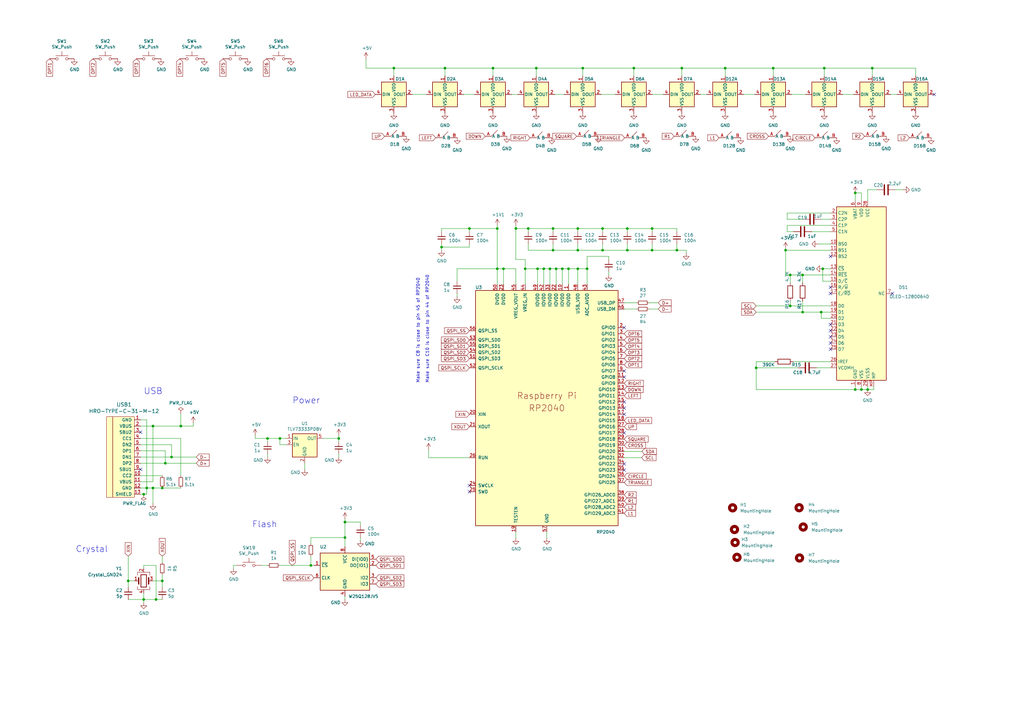
<source format=kicad_sch>
(kicad_sch (version 20230121) (generator eeschema)
  (paper "A3")
  (title_block (date "2023-04-24") (company "FightingBox_XLL"))
  (junction (at 329.184 128.016))
  (junction (at 329.184 112.776))
  (junction (at 247.142 93.726))
  (junction (at 182.499 27.94))
  (junction (at 66.548 200.152))
  (junction (at 322.199 102.616))
  (junction (at 259.969 27.94))
  (junction (at 114.808 179.832))
  (junction (at 215.392 110.236))
  (junction (at 141.478 214.122))
  (junction (at 310.134 150.876))
  (junction (at 239.014 27.94))
  (junction (at 220.472 110.236))
  (junction (at 202.184 27.94))
  (junction (at 236.982 102.616))
  (junction (at 203.962 93.726))
  (junction (at 279.654 27.94))
  (junction (at 355.854 159.766))
  (junction (at 161.544 27.94))
  (junction (at 257.302 93.726))
  (junction (at 109.728 179.832))
  (junction (at 58.928 245.872))
  (junction (at 52.578 238.252))
  (junction (at 277.622 102.616))
  (junction (at 206.502 110.236))
  (junction (at 66.548 238.252))
  (junction (at 324.104 125.476))
  (junction (at 267.462 102.616))
  (junction (at 337.439 110.236))
  (junction (at 267.462 93.726))
  (junction (at 62.738 174.752))
  (junction (at 127.508 231.902))
  (junction (at 203.962 110.236))
  (junction (at 67.818 189.992))
  (junction (at 138.938 179.832))
  (junction (at 324.104 112.776))
  (junction (at 223.012 110.236))
  (junction (at 233.172 110.236))
  (junction (at 350.774 79.121))
  (junction (at 219.964 27.94))
  (junction (at 350.774 159.766))
  (junction (at 297.434 27.94))
  (junction (at 181.102 101.346))
  (junction (at 317.119 27.94))
  (junction (at 192.532 93.726))
  (junction (at 247.142 102.616))
  (junction (at 353.314 159.766))
  (junction (at 141.478 220.472))
  (junction (at 240.792 110.236))
  (junction (at 216.662 93.726))
  (junction (at 338.074 27.94))
  (junction (at 60.198 200.152))
  (junction (at 225.552 110.236))
  (junction (at 64.008 245.872))
  (junction (at 58.928 202.692))
  (junction (at 211.582 93.726))
  (junction (at 230.632 110.236))
  (junction (at 226.822 93.726))
  (junction (at 226.822 102.616))
  (junction (at 257.302 102.616))
  (junction (at 357.759 27.94))
  (junction (at 336.804 128.016))
  (junction (at 228.092 110.236))
  (junction (at 70.358 187.452))
  (junction (at 236.982 110.236))
  (junction (at 236.982 93.726))
  (junction (at 74.168 174.752))
  (junction (at 62.738 200.152))
  (no_connect (at 192.532 201.676))
  (no_connect (at 340.614 135.636))
  (no_connect (at 256.032 177.546))
  (no_connect (at 57.658 192.532))
  (no_connect (at 340.614 143.256))
  (no_connect (at 256.032 190.246))
  (no_connect (at 256.032 192.786))
  (no_connect (at 340.614 105.156))
  (no_connect (at 340.614 133.096))
  (no_connect (at 383.159 38.735))
  (no_connect (at 340.614 140.716))
  (no_connect (at 57.658 177.292))
  (no_connect (at 366.014 120.396))
  (no_connect (at 340.614 138.176))
  (no_connect (at 192.532 199.136))
  (no_connect (at 340.614 120.396))
  (no_connect (at 256.032 134.366))
  (no_connect (at 256.032 152.146))
  (no_connect (at 256.032 154.686))
  (no_connect (at 256.032 167.386))
  (no_connect (at 256.032 169.926))
  (no_connect (at 256.032 164.846))
  (no_connect (at 340.614 117.856))
  (wire (pts (xy 256.032 126.746) (xy 261.112 126.746)))
  (wire (pts (xy 161.544 27.94) (xy 161.544 31.115)))
  (wire (pts (xy 74.168 174.752) (xy 79.248 174.752)))
  (wire (pts (xy 324.104 112.776) (xy 324.104 115.951)))
  (wire (pts (xy 60.198 172.212) (xy 60.198 200.152)))
  (wire (pts (xy 187.452 120.396) (xy 187.452 121.666)))
  (wire (pts (xy 124.968 189.992) (xy 124.968 192.532)))
  (wire (pts (xy 215.392 110.236) (xy 220.472 110.236)))
  (wire (pts (xy 310.134 125.476) (xy 324.104 125.476)))
  (wire (pts (xy 58.928 231.902) (xy 64.008 231.902)))
  (wire (pts (xy 267.589 38.735) (xy 272.034 38.735)))
  (wire (pts (xy 203.962 93.726) (xy 203.962 110.236)))
  (wire (pts (xy 350.774 159.766) (xy 310.134 159.766)))
  (wire (pts (xy 247.142 102.616) (xy 257.302 102.616)))
  (wire (pts (xy 64.008 231.902) (xy 64.008 245.872)))
  (wire (pts (xy 66.548 230.632) (xy 66.548 228.092)))
  (wire (pts (xy 216.662 100.076) (xy 216.662 102.616)))
  (wire (pts (xy 324.104 123.571) (xy 324.104 125.476)))
  (wire (pts (xy 322.199 112.776) (xy 322.199 102.616)))
  (wire (pts (xy 233.172 110.236) (xy 236.982 110.236)))
  (wire (pts (xy 337.439 110.236) (xy 337.439 115.316)))
  (wire (pts (xy 203.962 110.236) (xy 206.502 110.236)))
  (wire (pts (xy 239.014 27.94) (xy 239.014 31.115)))
  (wire (pts (xy 228.092 116.586) (xy 228.092 110.236)))
  (wire (pts (xy 336.804 128.016) (xy 340.614 128.016)))
  (wire (pts (xy 267.462 93.726) (xy 277.622 93.726)))
  (wire (pts (xy 230.632 116.586) (xy 230.632 110.236)))
  (wire (pts (xy 192.532 94.996) (xy 192.532 93.726)))
  (wire (pts (xy 310.134 128.016) (xy 329.184 128.016)))
  (wire (pts (xy 52.578 238.252) (xy 52.578 240.792)))
  (wire (pts (xy 236.982 93.726) (xy 247.142 93.726)))
  (wire (pts (xy 287.274 38.735) (xy 289.814 38.735)))
  (wire (pts (xy 322.834 87.376) (xy 322.834 89.916)))
  (wire (pts (xy 181.102 93.726) (xy 192.532 93.726)))
  (wire (pts (xy 279.654 27.94) (xy 279.654 31.115)))
  (wire (pts (xy 109.728 181.102) (xy 109.728 179.832)))
  (wire (pts (xy 182.499 27.94) (xy 182.499 31.115)))
  (wire (pts (xy 350.774 159.766) (xy 350.774 158.496)))
  (wire (pts (xy 266.192 126.746) (xy 270.002 126.746)))
  (wire (pts (xy 240.792 105.156) (xy 240.792 110.236)))
  (wire (pts (xy 175.768 187.706) (xy 192.532 187.706)))
  (wire (pts (xy 57.658 189.992) (xy 67.818 189.992)))
  (wire (pts (xy 259.969 27.94) (xy 259.969 31.115)))
  (wire (pts (xy 132.588 179.832) (xy 138.938 179.832)))
  (wire (pts (xy 141.478 244.602) (xy 141.478 245.872)))
  (wire (pts (xy 240.792 105.156) (xy 249.682 105.156)))
  (wire (pts (xy 182.499 27.94) (xy 161.544 27.94)))
  (wire (pts (xy 358.394 159.766) (xy 355.854 159.766)))
  (wire (pts (xy 161.544 27.94) (xy 150.114 27.94)))
  (wire (pts (xy 104.648 179.832) (xy 109.728 179.832)))
  (wire (pts (xy 187.452 115.316) (xy 187.452 110.236)))
  (wire (pts (xy 329.184 123.571) (xy 329.184 128.016)))
  (wire (pts (xy 257.302 93.726) (xy 267.462 93.726)))
  (wire (pts (xy 357.759 27.94) (xy 338.074 27.94)))
  (wire (pts (xy 141.478 220.472) (xy 141.478 214.122)))
  (wire (pts (xy 206.502 110.236) (xy 206.502 116.586)))
  (wire (pts (xy 192.532 101.346) (xy 192.532 100.076)))
  (wire (pts (xy 74.168 179.832) (xy 74.168 195.072)))
  (wire (pts (xy 338.074 27.94) (xy 338.074 31.115)))
  (wire (pts (xy 355.854 77.851) (xy 355.854 82.296)))
  (wire (pts (xy 324.739 38.735) (xy 330.454 38.735)))
  (wire (pts (xy 107.188 231.902) (xy 109.728 231.902)))
  (wire (pts (xy 334.899 150.876) (xy 340.614 150.876)))
  (wire (pts (xy 220.472 116.586) (xy 220.472 110.236)))
  (wire (pts (xy 109.728 186.182) (xy 109.728 187.452)))
  (wire (pts (xy 138.938 179.832) (xy 138.938 181.102)))
  (wire (pts (xy 305.054 38.735) (xy 309.499 38.735)))
  (wire (pts (xy 220.472 110.236) (xy 223.012 110.236)))
  (wire (pts (xy 277.622 100.076) (xy 277.622 102.616)))
  (wire (pts (xy 202.184 27.94) (xy 182.499 27.94)))
  (wire (pts (xy 239.014 27.94) (xy 219.964 27.94)))
  (wire (pts (xy 202.184 27.94) (xy 202.184 31.115)))
  (wire (pts (xy 236.982 94.996) (xy 236.982 93.726)))
  (wire (pts (xy 187.452 110.236) (xy 203.962 110.236)))
  (wire (pts (xy 80.518 187.452) (xy 70.358 187.452)))
  (wire (pts (xy 127.508 231.902) (xy 128.778 231.902)))
  (wire (pts (xy 117.348 182.372) (xy 114.808 182.372)))
  (wire (pts (xy 322.834 94.996) (xy 325.374 94.996)))
  (wire (pts (xy 138.938 186.182) (xy 138.938 187.452)))
  (wire (pts (xy 332.994 94.996) (xy 340.614 94.996)))
  (wire (pts (xy 329.184 128.016) (xy 336.804 128.016)))
  (wire (pts (xy 62.738 238.252) (xy 66.548 238.252)))
  (wire (pts (xy 74.168 200.152) (xy 66.548 200.152)))
  (wire (pts (xy 227.584 38.735) (xy 231.394 38.735)))
  (wire (pts (xy 259.969 27.94) (xy 239.014 27.94)))
  (wire (pts (xy 57.658 195.072) (xy 66.548 195.072)))
  (wire (pts (xy 322.834 92.456) (xy 322.834 94.996)))
  (wire (pts (xy 257.302 102.616) (xy 267.462 102.616)))
  (wire (pts (xy 206.502 110.236) (xy 211.582 110.236)))
  (wire (pts (xy 57.658 172.212) (xy 60.198 172.212)))
  (wire (pts (xy 141.478 214.122) (xy 147.828 214.122)))
  (wire (pts (xy 57.658 184.912) (xy 67.818 184.912)))
  (wire (pts (xy 181.102 101.346) (xy 192.532 101.346)))
  (wire (pts (xy 216.662 93.726) (xy 226.822 93.726)))
  (wire (pts (xy 340.614 112.776) (xy 329.184 112.776)))
  (wire (pts (xy 127.508 228.092) (xy 127.508 231.902)))
  (wire (pts (xy 317.119 27.94) (xy 297.434 27.94)))
  (wire (pts (xy 203.962 110.236) (xy 203.962 116.586)))
  (wire (pts (xy 247.142 93.726) (xy 257.302 93.726)))
  (wire (pts (xy 127.508 220.472) (xy 141.478 220.472)))
  (wire (pts (xy 310.134 148.336) (xy 317.754 148.336)))
  (wire (pts (xy 310.134 159.766) (xy 310.134 150.876)))
  (wire (pts (xy 66.548 238.252) (xy 66.548 240.792)))
  (wire (pts (xy 104.648 179.832) (xy 104.648 178.562)))
  (wire (pts (xy 281.432 102.616) (xy 281.432 103.886)))
  (wire (pts (xy 58.928 243.332) (xy 58.928 245.872)))
  (wire (pts (xy 327.279 150.876) (xy 310.134 150.876)))
  (wire (pts (xy 147.828 220.472) (xy 147.828 221.742)))
  (wire (pts (xy 215.392 110.236) (xy 215.392 106.426)))
  (wire (pts (xy 353.314 79.121) (xy 350.774 79.121)))
  (wire (pts (xy 256.032 124.206) (xy 261.112 124.206)))
  (wire (pts (xy 60.198 200.152) (xy 60.198 202.692)))
  (wire (pts (xy 211.582 218.186) (xy 211.582 220.726)))
  (wire (pts (xy 329.184 112.776) (xy 324.104 112.776)))
  (wire (pts (xy 336.804 130.556) (xy 340.614 130.556)))
  (wire (pts (xy 66.548 238.252) (xy 66.548 235.712)))
  (wire (pts (xy 117.348 179.832) (xy 114.808 179.832)))
  (wire (pts (xy 357.759 27.94) (xy 357.759 31.115)))
  (wire (pts (xy 58.928 245.872) (xy 58.928 247.142)))
  (wire (pts (xy 324.104 125.476) (xy 340.614 125.476)))
  (wire (pts (xy 192.532 93.726) (xy 203.962 93.726)))
  (wire (pts (xy 138.938 178.562) (xy 138.938 179.832)))
  (wire (pts (xy 249.682 111.506) (xy 249.682 112.776)))
  (wire (pts (xy 279.654 27.94) (xy 259.969 27.94)))
  (wire (pts (xy 236.982 110.236) (xy 240.792 110.236)))
  (wire (pts (xy 62.738 197.612) (xy 57.658 197.612)))
  (wire (pts (xy 57.658 182.372) (xy 70.358 182.372)))
  (wire (pts (xy 57.658 174.752) (xy 62.738 174.752)))
  (wire (pts (xy 62.738 206.502) (xy 62.738 200.152)))
  (wire (pts (xy 141.478 214.122) (xy 141.478 212.852)))
  (wire (pts (xy 355.854 159.766) (xy 353.314 159.766)))
  (wire (pts (xy 267.462 102.616) (xy 277.622 102.616)))
  (wire (pts (xy 226.822 100.076) (xy 226.822 102.616)))
  (wire (pts (xy 353.314 159.766) (xy 353.314 158.496)))
  (wire (pts (xy 127.508 223.012) (xy 127.508 220.472)))
  (wire (pts (xy 358.394 158.496) (xy 358.394 159.766)))
  (wire (pts (xy 55.118 238.252) (xy 52.578 238.252)))
  (wire (pts (xy 367.284 77.851) (xy 370.459 77.851)))
  (wire (pts (xy 209.804 38.735) (xy 212.344 38.735)))
  (wire (pts (xy 150.114 24.13) (xy 150.114 27.94)))
  (wire (pts (xy 355.854 158.496) (xy 355.854 159.766)))
  (wire (pts (xy 233.172 116.586) (xy 233.172 110.236)))
  (wire (pts (xy 181.102 101.346) (xy 181.102 102.616)))
  (wire (pts (xy 340.614 92.456) (xy 322.834 92.456)))
  (wire (pts (xy 336.804 89.916) (xy 340.614 89.916)))
  (wire (pts (xy 225.552 110.236) (xy 228.092 110.236)))
  (wire (pts (xy 79.248 174.752) (xy 79.248 173.482)))
  (wire (pts (xy 60.198 202.692) (xy 58.928 202.692)))
  (wire (pts (xy 62.738 174.752) (xy 62.738 197.612)))
  (wire (pts (xy 277.622 94.996) (xy 277.622 93.726)))
  (wire (pts (xy 228.092 110.236) (xy 230.632 110.236)))
  (wire (pts (xy 62.738 200.152) (xy 66.548 200.152)))
  (wire (pts (xy 57.658 179.832) (xy 74.168 179.832)))
  (wire (pts (xy 60.198 200.152) (xy 62.738 200.152)))
  (wire (pts (xy 267.462 100.076) (xy 267.462 102.616)))
  (wire (pts (xy 219.964 27.94) (xy 219.964 31.115)))
  (wire (pts (xy 375.539 27.94) (xy 375.539 31.115)))
  (wire (pts (xy 266.192 124.206) (xy 270.002 124.206)))
  (wire (pts (xy 80.518 189.992) (xy 67.818 189.992)))
  (wire (pts (xy 317.119 27.94) (xy 317.119 31.115)))
  (wire (pts (xy 236.982 100.076) (xy 236.982 102.616)))
  (wire (pts (xy 350.774 79.121) (xy 350.774 82.296)))
  (wire (pts (xy 340.614 110.236) (xy 337.439 110.236)))
  (wire (pts (xy 114.808 182.372) (xy 114.808 179.832)))
  (wire (pts (xy 62.738 174.752) (xy 74.168 174.752)))
  (wire (pts (xy 226.822 93.726) (xy 236.982 93.726)))
  (wire (pts (xy 211.582 106.426) (xy 211.582 93.726)))
  (wire (pts (xy 338.074 27.94) (xy 317.119 27.94)))
  (wire (pts (xy 226.822 102.616) (xy 216.662 102.616)))
  (wire (pts (xy 236.982 102.616) (xy 247.142 102.616)))
  (wire (pts (xy 95.758 231.902) (xy 95.758 233.172)))
  (wire (pts (xy 322.834 89.916) (xy 329.184 89.916)))
  (wire (pts (xy 340.614 102.616) (xy 322.199 102.616)))
  (wire (pts (xy 247.142 100.076) (xy 247.142 102.616)))
  (wire (pts (xy 350.774 159.766) (xy 353.314 159.766)))
  (wire (pts (xy 215.392 116.586) (xy 215.392 110.236)))
  (wire (pts (xy 211.582 92.456) (xy 211.582 93.726)))
  (wire (pts (xy 310.134 150.876) (xy 310.134 148.336)))
  (wire (pts (xy 211.582 110.236) (xy 211.582 116.586)))
  (wire (pts (xy 365.379 38.735) (xy 367.919 38.735)))
  (wire (pts (xy 57.658 187.452) (xy 70.358 187.452)))
  (wire (pts (xy 175.768 184.404) (xy 175.768 187.706)))
  (wire (pts (xy 109.728 179.832) (xy 114.808 179.832)))
  (wire (pts (xy 211.582 93.726) (xy 216.662 93.726)))
  (wire (pts (xy 181.102 94.996) (xy 181.102 93.726)))
  (wire (pts (xy 58.928 202.692) (xy 57.658 202.692)))
  (wire (pts (xy 267.462 94.996) (xy 267.462 93.726)))
  (wire (pts (xy 345.694 38.735) (xy 350.139 38.735)))
  (wire (pts (xy 322.199 101.981) (xy 322.199 102.616)))
  (wire (pts (xy 95.758 231.902) (xy 97.028 231.902)))
  (wire (pts (xy 67.818 184.912) (xy 67.818 189.992)))
  (wire (pts (xy 224.282 218.186) (xy 224.282 220.726)))
  (wire (pts (xy 353.314 79.121) (xy 353.314 82.296)))
  (wire (pts (xy 249.682 106.426) (xy 249.682 105.156)))
  (wire (pts (xy 169.164 38.735) (xy 174.879 38.735)))
  (wire (pts (xy 181.102 100.076) (xy 181.102 101.346)))
  (wire (pts (xy 141.478 220.472) (xy 141.478 224.282)))
  (wire (pts (xy 329.184 112.776) (xy 329.184 115.951)))
  (wire (pts (xy 359.664 77.851) (xy 355.854 77.851)))
  (wire (pts (xy 70.358 182.372) (xy 70.358 187.452)))
  (wire (pts (xy 223.012 116.586) (xy 223.012 110.236)))
  (wire (pts (xy 52.578 245.872) (xy 58.928 245.872)))
  (wire (pts (xy 114.808 231.902) (xy 127.508 231.902)))
  (wire (pts (xy 203.962 92.456) (xy 203.962 93.726)))
  (wire (pts (xy 225.552 116.586) (xy 225.552 110.236)))
  (wire (pts (xy 74.168 169.672) (xy 74.168 174.752)))
  (wire (pts (xy 64.008 245.872) (xy 58.928 245.872)))
  (wire (pts (xy 335.534 100.076) (xy 340.614 100.076)))
  (wire (pts (xy 215.392 106.426) (xy 211.582 106.426)))
  (wire (pts (xy 256.032 185.166) (xy 263.271 185.166)))
  (wire (pts (xy 324.104 112.776) (xy 322.199 112.776)))
  (wire (pts (xy 58.928 233.172) (xy 58.928 231.902)))
  (wire (pts (xy 66.548 245.872) (xy 64.008 245.872)))
  (wire (pts (xy 297.434 27.94) (xy 279.654 27.94)))
  (wire (pts (xy 325.374 148.336) (xy 340.614 148.336)))
  (wire (pts (xy 226.822 102.616) (xy 236.982 102.616)))
  (wire (pts (xy 57.658 200.152) (xy 60.198 200.152)))
  (wire (pts (xy 375.539 27.94) (xy 357.759 27.94)))
  (wire (pts (xy 336.804 128.016) (xy 336.804 130.556)))
  (wire (pts (xy 236.982 116.586) (xy 236.982 110.236)))
  (wire (pts (xy 337.439 115.316) (xy 340.614 115.316)))
  (wire (pts (xy 297.434 27.94) (xy 297.434 31.115)))
  (wire (pts (xy 226.822 94.996) (xy 226.822 93.726)))
  (wire (pts (xy 277.622 102.616) (xy 281.432 102.616)))
  (wire (pts (xy 216.662 94.996) (xy 216.662 93.726)))
  (wire (pts (xy 219.964 27.94) (xy 202.184 27.94)))
  (wire (pts (xy 257.302 94.996) (xy 257.302 93.726)))
  (wire (pts (xy 256.032 187.706) (xy 263.144 187.706)))
  (wire (pts (xy 240.792 110.236) (xy 240.792 116.586)))
  (wire (pts (xy 223.012 110.236) (xy 225.552 110.236)))
  (wire (pts (xy 230.632 110.236) (xy 233.172 110.236)))
  (wire (pts (xy 246.634 38.735) (xy 252.349 38.735)))
  (wire (pts (xy 52.578 228.092) (xy 52.578 238.252)))
  (wire (pts (xy 340.614 87.376) (xy 322.834 87.376)))
  (wire (pts (xy 147.828 214.122) (xy 147.828 215.392)))
  (wire (pts (xy 190.119 38.735) (xy 194.564 38.735)))
  (wire (pts (xy 247.142 94.996) (xy 247.142 93.726)))
  (wire (pts (xy 257.302 100.076) (xy 257.302 102.616)))
  (text "Make sure C10 is close to pin 44 of RP2040" (at 176.022 157.226 90) (effects (font (size 1.27 1.27)) (justify left bottom)))
  (text "Crystal" (at 30.988 226.822 0) (effects (font (size 2.54 2.54)) (justify left bottom)))
  (text "Flash" (at 103.378 216.662 0) (effects (font (size 2.54 2.54)) (justify left bottom)))
  (text "Make sure C8 is close to pin 45 of RP2040" (at 172.212 157.226 90) (effects (font (size 1.27 1.27)) (justify left bottom)))
  (text "USB" (at 58.928 162.052 0) (effects (font (size 2.54 2.54)) (justify left bottom)))
  (text "Power" (at 119.888 165.862 0) (effects (font (size 2.54 2.54)) (justify left bottom)))
  (global_label "UP" (shape input) (at 157.734 55.88 180) (property "Intersheetrefs" "${INTERSHEET_REFS}" (effects hide)) (property "插入图纸页参考" "${INTERSHEET_REFS}" (effects hide)))
  (global_label "TRIANGLE" (shape input) (at 256.032 197.866 0) (property "Intersheetrefs" "${INTERSHEET_REFS}" (effects hide)) (property "插入图纸页参考" "${INTERSHEET_REFS}" (effects hide)))
  (global_label "LEFT" (shape input) (at 256.032 162.306 0) (property "Intersheetrefs" "${INTERSHEET_REFS}" (effects hide)) (property "插入图纸页参考" "${INTERSHEET_REFS}" (effects hide)))
  (global_label "XOUT" (shape input) (at 66.548 228.092 90) (property "Intersheetrefs" "${INTERSHEET_REFS}" (effects hide)) (property "插入图纸页参考" "${INTERSHEET_REFS}" (effects hide)))
  (global_label "QSPI_SD1" (shape input) (at 154.178 231.902 0) (property "Intersheetrefs" "${INTERSHEET_REFS}" (effects hide)) (property "插入图纸页参考" "${INTERSHEET_REFS}" (effects hide)))
  (global_label "OPT4" (shape input) (at 73.66 24.13 270) (property "Intersheetrefs" "${INTERSHEET_REFS}" (effects hide)) (property "插入图纸页参考" "${INTERSHEET_REFS}" (effects hide)))
  (global_label "LEFT" (shape input) (at 178.689 56.515 180) (property "Intersheetrefs" "${INTERSHEET_REFS}" (effects hide)) (property "插入图纸页参考" "${INTERSHEET_REFS}" (effects hide)))
  (global_label "R2" (shape input) (at 256.032 202.946 0) (property "Intersheetrefs" "${INTERSHEET_REFS}" (effects hide)) (property "插入图纸页参考" "${INTERSHEET_REFS}" (effects hide)))
  (global_label "OPT2" (shape input) (at 256.032 147.066 0) (property "Intersheetrefs" "${INTERSHEET_REFS}" (effects hide)) (property "插入图纸页参考" "${INTERSHEET_REFS}" (effects hide)))
  (global_label "OPT1" (shape input) (at 20.32 24.13 270) (property "Intersheetrefs" "${INTERSHEET_REFS}" (effects hide)) (property "插入图纸页参考" "${INTERSHEET_REFS}" (effects hide)))
  (global_label "OPT3" (shape input) (at 256.032 144.526 0) (property "Intersheetrefs" "${INTERSHEET_REFS}" (effects hide)) (property "插入图纸页参考" "${INTERSHEET_REFS}" (effects hide)))
  (global_label "L1" (shape input) (at 256.032 210.566 0) (property "Intersheetrefs" "${INTERSHEET_REFS}" (effects hide)) (property "插入图纸页参考" "${INTERSHEET_REFS}" (effects hide)))
  (global_label "QSPI_SD0" (shape input) (at 192.532 139.446 180) (property "Intersheetrefs" "${INTERSHEET_REFS}" (effects hide)) (property "插入图纸页参考" "${INTERSHEET_REFS}" (effects hide)))
  (global_label "D-" (shape input) (at 270.002 126.746 0) (property "Intersheetrefs" "${INTERSHEET_REFS}" (effects hide)) (property "插入图纸页参考" "${INTERSHEET_REFS}" (effects hide)))
  (global_label "SDA" (shape input) (at 310.134 128.016 180) (property "Intersheetrefs" "${INTERSHEET_REFS}" (effects hide)) (property "插入图纸页参考" "${INTERSHEET_REFS}" (effects hide)))
  (global_label "QSPI_SD2" (shape input) (at 154.178 236.982 0) (property "Intersheetrefs" "${INTERSHEET_REFS}" (effects hide)) (property "插入图纸页参考" "${INTERSHEET_REFS}" (effects hide)))
  (global_label "QSPI_SD3" (shape input) (at 154.178 239.522 0) (property "Intersheetrefs" "${INTERSHEET_REFS}" (effects hide)) (property "插入图纸页参考" "${INTERSHEET_REFS}" (effects hide)))
  (global_label "OPT2" (shape input) (at 38.1 24.13 270) (property "Intersheetrefs" "${INTERSHEET_REFS}" (effects hide)) (property "插入图纸页参考" "${INTERSHEET_REFS}" (effects hide)))
  (global_label "DOWN" (shape input) (at 199.009 55.88 180) (property "Intersheetrefs" "${INTERSHEET_REFS}" (effects hide)) (property "插入图纸页参考" "${INTERSHEET_REFS}" (effects hide)))
  (global_label "SCL" (shape input) (at 263.144 187.706 0) (property "Intersheetrefs" "${INTERSHEET_REFS}" (effects hide)))
  (global_label "QSPI_SS" (shape input) (at 119.888 231.902 90) (property "Intersheetrefs" "${INTERSHEET_REFS}" (effects hide)) (property "插入图纸页参考" "${INTERSHEET_REFS}" (effects hide)))
  (global_label "SQUARE" (shape input) (at 256.032 180.086 0) (property "Intersheetrefs" "${INTERSHEET_REFS}" (effects hide)) (property "插入图纸页参考" "${INTERSHEET_REFS}" (effects hide)))
  (global_label "LED_DATA" (shape input) (at 256.032 172.466 0) (property "Intersheetrefs" "${INTERSHEET_REFS}" (effects hide)))
  (global_label "QSPI_SD3" (shape input) (at 192.532 147.066 180) (property "Intersheetrefs" "${INTERSHEET_REFS}" (effects hide)) (property "插入图纸页参考" "${INTERSHEET_REFS}" (effects hide)))
  (global_label "QSPI_SCLK" (shape input) (at 128.778 236.982 180) (property "Intersheetrefs" "${INTERSHEET_REFS}" (effects hide)) (property "插入图纸页参考" "${INTERSHEET_REFS}" (effects hide)))
  (global_label "OPT4" (shape input) (at 256.032 141.986 0) (property "Intersheetrefs" "${INTERSHEET_REFS}" (effects hide)) (property "插入图纸页参考" "${INTERSHEET_REFS}" (effects hide)))
  (global_label "L2" (shape input) (at 372.999 56.515 180) (property "Intersheetrefs" "${INTERSHEET_REFS}" (effects hide)) (property "插入图纸页参考" "${INTERSHEET_REFS}" (effects hide)))
  (global_label "QSPI_SD1" (shape input) (at 192.532 141.986 180) (property "Intersheetrefs" "${INTERSHEET_REFS}" (effects hide)) (property "插入图纸页参考" "${INTERSHEET_REFS}" (effects hide)))
  (global_label "R1" (shape input) (at 256.032 205.486 0) (property "Intersheetrefs" "${INTERSHEET_REFS}" (effects hide)) (property "插入图纸页参考" "${INTERSHEET_REFS}" (effects hide)))
  (global_label "SDA" (shape input) (at 263.271 185.166 0) (property "Intersheetrefs" "${INTERSHEET_REFS}" (effects hide)))
  (global_label "R2" (shape input) (at 354.584 55.88 180) (property "Intersheetrefs" "${INTERSHEET_REFS}" (effects hide)) (property "插入图纸页参考" "${INTERSHEET_REFS}" (effects hide)))
  (global_label "OPT6" (shape input) (at 256.032 136.906 0) (property "Intersheetrefs" "${INTERSHEET_REFS}" (effects hide)) (property "插入图纸页参考" "${INTERSHEET_REFS}" (effects hide)))
  (global_label "QSPI_SS" (shape input) (at 192.532 135.636 180) (property "Intersheetrefs" "${INTERSHEET_REFS}" (effects hide)) (property "插入图纸页参考" "${INTERSHEET_REFS}" (effects hide)))
  (global_label "OPT3" (shape input) (at 55.88 24.13 270) (property "Intersheetrefs" "${INTERSHEET_REFS}" (effects hide)) (property "插入图纸页参考" "${INTERSHEET_REFS}" (effects hide)))
  (global_label "L2" (shape input) (at 256.032 208.026 0) (property "Intersheetrefs" "${INTERSHEET_REFS}" (effects hide)) (property "插入图纸页参考" "${INTERSHEET_REFS}" (effects hide)))
  (global_label "DOWN" (shape input) (at 256.032 159.766 0) (property "Intersheetrefs" "${INTERSHEET_REFS}" (effects hide)) (property "插入图纸页参考" "${INTERSHEET_REFS}" (effects hide)))
  (global_label "RIGHT" (shape input) (at 256.032 157.226 0) (property "Intersheetrefs" "${INTERSHEET_REFS}" (effects hide)) (property "插入图纸页参考" "${INTERSHEET_REFS}" (effects hide)))
  (global_label "QSPI_SCLK" (shape input) (at 192.532 150.876 180) (property "Intersheetrefs" "${INTERSHEET_REFS}" (effects hide)) (property "插入图纸页参考" "${INTERSHEET_REFS}" (effects hide)))
  (global_label "RIGHT" (shape input) (at 217.424 56.515 180) (property "Intersheetrefs" "${INTERSHEET_REFS}" (effects hide)) (property "插入图纸页参考" "${INTERSHEET_REFS}" (effects hide)))
  (global_label "XOUT" (shape input) (at 192.532 175.006 180) (property "Intersheetrefs" "${INTERSHEET_REFS}" (effects hide)) (property "插入图纸页参考" "${INTERSHEET_REFS}" (effects hide)))
  (global_label "D-" (shape input) (at 80.518 187.452 0) (property "Intersheetrefs" "${INTERSHEET_REFS}" (effects hide)) (property "插入图纸页参考" "${INTERSHEET_REFS}" (effects hide)))
  (global_label "CROSS" (shape input) (at 256.032 182.626 0) (property "Intersheetrefs" "${INTERSHEET_REFS}" (effects hide)) (property "插入图纸页参考" "${INTERSHEET_REFS}" (effects hide)))
  (global_label "SQUARE" (shape input) (at 236.474 55.88 180) (property "Intersheetrefs" "${INTERSHEET_REFS}" (effects hide)) (property "插入图纸页参考" "${INTERSHEET_REFS}" (effects hide)))
  (global_label "CIRCLE" (shape input) (at 334.264 56.515 180) (property "Intersheetrefs" "${INTERSHEET_REFS}" (effects hide)) (property "插入图纸页参考" "${INTERSHEET_REFS}" (effects hide)))
  (global_label "OPT5" (shape input) (at 91.44 24.13 270) (property "Intersheetrefs" "${INTERSHEET_REFS}" (effects hide)) (property "插入图纸页参考" "${INTERSHEET_REFS}" (effects hide)))
  (global_label "CROSS" (shape input) (at 315.214 55.88 180) (property "Intersheetrefs" "${INTERSHEET_REFS}" (effects hide)) (property "插入图纸页参考" "${INTERSHEET_REFS}" (effects hide)))
  (global_label "OPT1" (shape input) (at 256.032 149.606 0) (property "Intersheetrefs" "${INTERSHEET_REFS}" (effects hide)) (property "插入图纸页参考" "${INTERSHEET_REFS}" (effects hide)))
  (global_label "D+" (shape input) (at 270.002 124.206 0) (property "Intersheetrefs" "${INTERSHEET_REFS}" (effects hide)) (property "插入图纸页参考" "${INTERSHEET_REFS}" (effects hide)))
  (global_label "QSPI_SD2" (shape input) (at 192.532 144.526 180) (property "Intersheetrefs" "${INTERSHEET_REFS}" (effects hide)) (property "插入图纸页参考" "${INTERSHEET_REFS}" (effects hide)))
  (global_label "D+" (shape input) (at 80.518 189.992 0) (property "Intersheetrefs" "${INTERSHEET_REFS}" (effects hide)) (property "插入图纸页参考" "${INTERSHEET_REFS}" (effects hide)))
  (global_label "OPT5" (shape input) (at 256.032 139.446 0) (property "Intersheetrefs" "${INTERSHEET_REFS}" (effects hide)) (property "插入图纸页参考" "${INTERSHEET_REFS}" (effects hide)))
  (global_label "TRIANGLE" (shape input) (at 256.159 56.515 180) (property "Intersheetrefs" "${INTERSHEET_REFS}" (effects hide)) (property "插入图纸页参考" "${INTERSHEET_REFS}" (effects hide)))
  (global_label "CIRCLE" (shape input) (at 256.032 195.326 0) (property "Intersheetrefs" "${INTERSHEET_REFS}" (effects hide)) (property "插入图纸页参考" "${INTERSHEET_REFS}" (effects hide)))
  (global_label "LED_DATA" (shape input) (at 153.924 38.735 180) (property "Intersheetrefs" "${INTERSHEET_REFS}" (effects hide)) (property "插入图纸页参考" "${INTERSHEET_REFS}" (effects hide)))
  (global_label "XIN" (shape input) (at 52.578 228.092 90) (property "Intersheetrefs" "${INTERSHEET_REFS}" (effects hide)) (property "插入图纸页参考" "${INTERSHEET_REFS}" (effects hide)))
  (global_label "SCL" (shape input) (at 310.134 125.476 180) (property "Intersheetrefs" "${INTERSHEET_REFS}" (effects hide)) (property "插入图纸页参考" "${INTERSHEET_REFS}" (effects hide)))
  (global_label "R1" (shape input) (at 276.479 55.88 180) (property "Intersheetrefs" "${INTERSHEET_REFS}" (effects hide)) (property "插入图纸页参考" "${INTERSHEET_REFS}" (effects hide)))
  (global_label "UP" (shape input) (at 256.032 175.006 0) (property "Intersheetrefs" "${INTERSHEET_REFS}" (effects hide)) (property "插入图纸页参考" "${INTERSHEET_REFS}" (effects hide)))
  (global_label "XIN" (shape input) (at 192.532 169.926 180) (property "Intersheetrefs" "${INTERSHEET_REFS}" (effects hide)) (property "插入图纸页参考" "${INTERSHEET_REFS}" (effects hide)))
  (global_label "L1" (shape input) (at 294.894 56.515 180) (property "Intersheetrefs" "${INTERSHEET_REFS}" (effects hide)) (property "插入图纸页参考" "${INTERSHEET_REFS}" (effects hide)))
  (global_label "QSPI_SD0" (shape input) (at 154.178 229.362 0) (property "Intersheetrefs" "${INTERSHEET_REFS}" (effects hide)) (property "插入图纸页参考" "${INTERSHEET_REFS}" (effects hide)))
  (global_label "OPT6" (shape input) (at 109.22 24.13 270) (property "Intersheetrefs" "${INTERSHEET_REFS}" (effects hide)) (property "插入图纸页参考" "${INTERSHEET_REFS}" (effects hide)))
  (symbol (lib_id "RP2040:RP2040") (at 224.282 167.386 0) (unit 1)
    (property "Reference" "U3" (at 196.342 117.856 0))
    (property "Value" "RP2040" (at 248.412 218.186 0))
    (property "Footprint" "RP2040:RP2040-QFN-56" (effects hide))
    (property "LCSC" "C2040" (effects hide))
  )
  (symbol (lib_id "Memory_Flash:W25Q128JVS") (at 141.478 234.442 0) (unit 1)
    (property "Reference" "U2" (at 132.588 224.282 0))
    (property "Value" "W25Q128JVS" (at 149.098 244.602 0))
    (property "Footprint" "Package_SO:SOIC-8_5.23x5.23mm_P1.27mm" (effects hide))
    (property "Datasheet" "http://www.winbond.com/resource-files/w25q128jv_dtr%20revc%2003272018%20plus.pdf" (effects hide))
    (property "LCSC" "C97521" (effects hide))
  )
  (symbol (lib_id "power:+3V3") (at 141.478 212.852 0) (unit 1)
    (property "Reference" "#PWR0113" (effects hide))
    (property "Value" "+3V3" (at 141.859 208.4578 0))
  )
  (symbol (lib_id "power:GND") (at 141.478 245.872 0) (unit 1)
    (property "Reference" "#PWR0112" (effects hide))
    (property "Value" "GND" (at 137.668 247.142 0))
  )
  (symbol (lib_id "Device:R_Small") (at 127.508 225.552 0) (mirror y) (unit 1)
    (property "Reference" "R2" (at 125.73 224.3836 0) (effects (justify left)))
    (property "Value" "10k" (at 125.73 226.695 0) (effects (justify left)))
    (property "Footprint" "Resistor_SMD:R_0402_1005Metric" (effects hide))
    (property "LCSC" "C25744" (effects hide))
  )
  (symbol (lib_id "Device:R_Small") (at 112.268 231.902 270) (unit 1)
    (property "Reference" "R1" (at 112.268 226.6442 90))
    (property "Value" "1k" (at 112.268 228.9556 90))
    (property "Footprint" "Resistor_SMD:R_0402_1005Metric" (effects hide))
    (property "LCSC" "C11702" (effects hide))
  )
  (symbol (lib_id "Device:C_Small") (at 147.828 217.932 0) (unit 1)
    (property "Reference" "C5" (at 150.749 216.7636 0) (effects (justify left)))
    (property "Value" "100n" (at 150.749 219.075 0) (effects (justify left)))
    (property "Footprint" "Capacitor_SMD:C_0402_1005Metric" (effects hide))
    (property "LCSC" "C1525" (effects hide))
  )
  (symbol (lib_id "power:GND") (at 147.828 221.742 0) (unit 1)
    (property "Reference" "#PWR0111" (effects hide))
    (property "Value" "GND" (at 151.638 223.012 0))
  )
  (symbol (lib_id "power:GND") (at 224.282 220.726 0) (unit 1)
    (property "Reference" "#PWR0102" (effects hide))
    (property "Value" "GND" (at 224.409 225.1202 0))
  )
  (symbol (lib_id "power:GND") (at 211.582 220.726 0) (unit 1)
    (property "Reference" "#PWR0103" (effects hide))
    (property "Value" "GND" (at 211.709 225.1202 0))
  )
  (symbol (lib_id "Device:R_Small") (at 263.652 124.206 270) (unit 1)
    (property "Reference" "R3" (at 263.652 118.9482 90))
    (property "Value" "27" (at 263.652 121.2596 90))
    (property "Footprint" "Resistor_SMD:R_0402_1005Metric" (effects hide))
    (property "LCSC" "C138021" (effects hide))
  )
  (symbol (lib_id "Device:R_Small") (at 263.652 126.746 270) (mirror x) (unit 1)
    (property "Reference" "R4" (at 263.652 132.0038 90))
    (property "Value" "27" (at 263.652 129.6924 90))
    (property "Footprint" "Resistor_SMD:R_0402_1005Metric" (effects hide))
    (property "LCSC" "C138021" (effects hide))
  )
  (symbol (lib_id "power:+3V3") (at 211.582 92.456 0) (unit 1)
    (property "Reference" "#PWR0105" (effects hide))
    (property "Value" "+3V3" (at 211.963 88.0618 0))
  )
  (symbol (lib_id "power:+1V1") (at 203.962 92.456 0) (unit 1)
    (property "Reference" "#PWR0106" (effects hide))
    (property "Value" "+1V1" (at 204.343 88.0618 0))
  )
  (symbol (lib_id "Device:C_Small") (at 216.662 97.536 0) (unit 1)
    (property "Reference" "C9" (at 219.583 96.3676 0) (effects (justify left)))
    (property "Value" "100n" (at 219.583 98.679 0) (effects (justify left)))
    (property "Footprint" "Capacitor_SMD:C_0402_1005Metric" (effects hide))
    (property "LCSC" "C1525" (effects hide))
  )
  (symbol (lib_id "Device:C_Small") (at 226.822 97.536 0) (unit 1)
    (property "Reference" "C11" (at 229.743 96.3676 0) (effects (justify left)))
    (property "Value" "100n" (at 229.743 98.679 0) (effects (justify left)))
    (property "Footprint" "Capacitor_SMD:C_0402_1005Metric" (effects hide))
    (property "LCSC" "C1525" (effects hide))
  )
  (symbol (lib_id "Device:C_Small") (at 236.982 97.536 0) (unit 1)
    (property "Reference" "C12" (at 239.903 96.3676 0) (effects (justify left)))
    (property "Value" "100n" (at 239.903 98.679 0) (effects (justify left)))
    (property "Footprint" "Capacitor_SMD:C_0402_1005Metric" (effects hide))
    (property "LCSC" "C1525" (effects hide))
  )
  (symbol (lib_id "Device:C_Small") (at 247.142 97.536 0) (unit 1)
    (property "Reference" "C13" (at 250.063 96.3676 0) (effects (justify left)))
    (property "Value" "100n" (at 250.063 98.679 0) (effects (justify left)))
    (property "Footprint" "Capacitor_SMD:C_0402_1005Metric" (effects hide))
    (property "LCSC" "C1525" (effects hide))
  )
  (symbol (lib_id "Device:C_Small") (at 257.302 97.536 0) (unit 1)
    (property "Reference" "C14" (at 260.223 96.3676 0) (effects (justify left)))
    (property "Value" "100n" (at 260.223 98.679 0) (effects (justify left)))
    (property "Footprint" "Capacitor_SMD:C_0402_1005Metric" (effects hide))
    (property "LCSC" "C1525" (effects hide))
  )
  (symbol (lib_id "Device:C_Small") (at 267.462 97.536 0) (unit 1)
    (property "Reference" "C15" (at 270.383 96.3676 0) (effects (justify left)))
    (property "Value" "100n" (at 270.383 98.679 0) (effects (justify left)))
    (property "Footprint" "Capacitor_SMD:C_0402_1005Metric" (effects hide))
    (property "LCSC" "C1525" (effects hide))
  )
  (symbol (lib_id "Device:C_Small") (at 277.622 97.536 0) (unit 1)
    (property "Reference" "C16" (at 280.543 96.3676 0) (effects (justify left)))
    (property "Value" "100n" (at 280.543 98.679 0) (effects (justify left)))
    (property "Footprint" "Capacitor_SMD:C_0402_1005Metric" (effects hide))
    (property "LCSC" "C1525" (effects hide))
  )
  (symbol (lib_id "Device:C_Small") (at 181.102 97.536 0) (unit 1)
    (property "Reference" "C6" (at 184.023 96.3676 0) (effects (justify left)))
    (property "Value" "100n" (at 184.023 98.679 0) (effects (justify left)))
    (property "Footprint" "Capacitor_SMD:C_0402_1005Metric" (effects hide))
    (property "LCSC" "C1525" (effects hide))
  )
  (symbol (lib_id "Device:C_Small") (at 192.532 97.536 0) (unit 1)
    (property "Reference" "C7" (at 195.453 96.3676 0) (effects (justify left)))
    (property "Value" "100n" (at 195.453 98.679 0) (effects (justify left)))
    (property "Footprint" "Capacitor_SMD:C_0402_1005Metric" (effects hide))
    (property "LCSC" "C1525" (effects hide))
  )
  (symbol (lib_id "Device:C_Small") (at 187.452 117.856 0) (mirror y) (unit 1)
    (property "Reference" "C8" (at 184.531 116.6876 0) (effects (justify left)))
    (property "Value" "1u" (at 184.531 118.999 0) (effects (justify left)))
    (property "Footprint" "Capacitor_SMD:C_0402_1005Metric" (effects hide))
    (property "LCSC" "C52923" (effects hide))
  )
  (symbol (lib_id "Device:C_Small") (at 249.682 108.966 0) (unit 1)
    (property "Reference" "C10" (at 252.603 107.7976 0) (effects (justify left)))
    (property "Value" "1u" (at 252.603 110.109 0) (effects (justify left)))
    (property "Footprint" "Capacitor_SMD:C_0402_1005Metric" (effects hide))
    (property "LCSC" "C52923" (effects hide))
  )
  (symbol (lib_id "power:GND") (at 281.432 103.886 0) (unit 1)
    (property "Reference" "#PWR0107" (effects hide))
    (property "Value" "GND" (at 281.559 108.2802 0))
  )
  (symbol (lib_id "power:GND") (at 181.102 102.616 0) (unit 1)
    (property "Reference" "#PWR0108" (effects hide))
    (property "Value" "GND" (at 181.229 107.0102 0))
  )
  (symbol (lib_id "power:GND") (at 187.452 121.666 0) (unit 1)
    (property "Reference" "#PWR0109" (effects hide))
    (property "Value" "GND" (at 187.579 126.0602 0))
  )
  (symbol (lib_id "power:GND") (at 249.682 112.776 0) (unit 1)
    (property "Reference" "#PWR0110" (effects hide))
    (property "Value" "GND" (at 249.809 117.1702 0))
  )
  (symbol (lib_id "power:GND") (at 124.968 192.532 0) (unit 1)
    (property "Reference" "#PWR0114" (effects hide))
    (property "Value" "GND" (at 121.158 193.802 0))
  )
  (symbol (lib_id "power:+3V3") (at 138.938 178.562 0) (unit 1)
    (property "Reference" "#PWR0115" (effects hide))
    (property "Value" "+3V3" (at 139.319 174.1678 0))
  )
  (symbol (lib_id "Device:C_Small") (at 109.728 183.642 0) (mirror y) (unit 1)
    (property "Reference" "C1" (at 106.807 182.4736 0) (effects (justify left)))
    (property "Value" "1u" (at 106.807 184.785 0) (effects (justify left)))
    (property "Footprint" "Capacitor_SMD:C_0402_1005Metric" (effects hide))
    (property "LCSC" "C52923" (effects hide))
  )
  (symbol (lib_id "Device:C_Small") (at 138.938 183.642 0) (unit 1)
    (property "Reference" "C4" (at 141.859 182.4736 0) (effects (justify left)))
    (property "Value" "1u" (at 141.859 184.785 0) (effects (justify left)))
    (property "Footprint" "Capacitor_SMD:C_0402_1005Metric" (effects hide))
    (property "LCSC" "C52923" (effects hide))
  )
  (symbol (lib_id "power:GND") (at 109.728 187.452 0) (unit 1)
    (property "Reference" "#PWR0117" (effects hide))
    (property "Value" "GND" (at 105.918 188.722 0))
  )
  (symbol (lib_id "power:GND") (at 138.938 187.452 0) (unit 1)
    (property "Reference" "#PWR0118" (effects hide))
    (property "Value" "GND" (at 135.128 188.722 0))
  )
  (symbol (lib_id "Device:R_Small") (at 66.548 233.172 180) (unit 1)
    (property "Reference" "R5" (at 71.8058 233.172 90))
    (property "Value" "1k" (at 69.4944 233.172 90))
    (property "Footprint" "Resistor_SMD:R_0402_1005Metric" (effects hide))
    (property "LCSC" "C11702" (effects hide))
  )
  (symbol (lib_id "power:GND") (at 95.758 233.172 0) (unit 1)
    (property "Reference" "#PWR0119" (effects hide))
    (property "Value" "GND" (at 95.885 237.5662 0))
  )
  (symbol (lib_id "Switch:SW_Push") (at 43.18 24.13 0) (unit 1)
    (property "Reference" "SW2" (at 43.18 16.891 0))
    (property "Value" "SW_Push" (at 43.18 19.2024 0))
    (property "Footprint" "Button_Switch_SMD:SW_Push_1P1T_NO_6x6mm_H5mm" (effects hide))
  )
  (symbol (lib_id "Switch:SW_Push") (at 60.96 24.13 0) (unit 1)
    (property "Reference" "SW3" (at 60.96 16.891 0))
    (property "Value" "SW_Push" (at 60.96 19.2024 0))
    (property "Footprint" "Button_Switch_SMD:SW_Push_1P1T_NO_6x6mm_H5mm" (effects hide))
  )
  (symbol (lib_id "Switch:SW_Push") (at 78.74 24.13 0) (unit 1)
    (property "Reference" "SW4" (at 78.74 16.891 0))
    (property "Value" "SW_Push" (at 78.74 19.2024 0))
    (property "Footprint" "Button_Switch_SMD:SW_Push_1P1T_NO_6x6mm_H5mm" (effects hide))
  )
  (symbol (lib_id "Switch:SW_Push") (at 96.52 24.13 0) (unit 1)
    (property "Reference" "SW5" (at 96.52 16.891 0))
    (property "Value" "SW_Push" (at 96.52 19.2024 0))
    (property "Footprint" "Button_Switch_SMD:SW_Push_1P1T_NO_6x6mm_H5mm" (effects hide))
  )
  (symbol (lib_id "Switch:SW_Push") (at 114.3 24.13 0) (unit 1)
    (property "Reference" "SW6" (at 114.3 16.891 0))
    (property "Value" "SW_Push" (at 114.3 19.2024 0))
    (property "Footprint" "Button_Switch_SMD:SW_Push_1P1T_NO_6x6mm_H5mm" (effects hide))
  )
  (symbol (lib_id "power:GND") (at 30.48 24.13 0) (unit 1)
    (property "Reference" "#PWR01" (effects hide))
    (property "Value" "GND" (at 30.607 28.5242 0))
  )
  (symbol (lib_id "power:GND") (at 48.26 24.13 0) (unit 1)
    (property "Reference" "#PWR02" (effects hide))
    (property "Value" "GND" (at 48.387 28.5242 0))
  )
  (symbol (lib_id "power:GND") (at 66.04 24.13 0) (unit 1)
    (property "Reference" "#PWR03" (effects hide))
    (property "Value" "GND" (at 66.167 28.5242 0))
  )
  (symbol (lib_id "power:GND") (at 83.82 24.13 0) (unit 1)
    (property "Reference" "#PWR04" (effects hide))
    (property "Value" "GND" (at 83.947 28.5242 0))
  )
  (symbol (lib_id "power:GND") (at 101.6 24.13 0) (unit 1)
    (property "Reference" "#PWR05" (effects hide))
    (property "Value" "GND" (at 101.727 28.5242 0))
  )
  (symbol (lib_id "power:GND") (at 119.38 24.13 0) (unit 1)
    (property "Reference" "#PWR06" (effects hide))
    (property "Value" "GND" (at 119.507 28.5242 0))
  )
  (symbol (lib_id "Type-C:HRO-TYPE-C-31-M-12") (at 55.118 186.182 0) (unit 1)
    (property "Reference" "USB1" (at 50.8762 165.9382 0) (effects (font (size 1.524 1.524))))
    (property "Value" "HRO-TYPE-C-31-M-12" (at 50.8762 168.6306 0) (effects (font (size 1.524 1.524))))
    (property "Footprint" "Type-C:HRO-TYPE-C-31-M-12-Assembly" (effects hide))
    (property "LCSC" "C165948" (effects hide))
  )
  (symbol (lib_id "power:+5V") (at 79.248 173.482 0) (unit 1)
    (property "Reference" "#PWR022" (effects hide))
    (property "Value" "+5V" (at 79.629 169.0878 0))
  )
  (symbol (lib_id "Device:R_Small") (at 66.548 197.612 0) (unit 1)
    (property "Reference" "R6" (at 68.0466 196.4436 0) (effects (justify left)))
    (property "Value" "5.1k" (at 68.0466 198.755 0) (effects (justify left)))
    (property "Footprint" "Resistor_SMD:R_0402_1005Metric" (effects hide))
    (property "LCSC" "C25905" (effects hide))
  )
  (symbol (lib_id "Device:R_Small") (at 74.168 197.612 0) (unit 1)
    (property "Reference" "R7" (at 75.6666 196.4436 0) (effects (justify left)))
    (property "Value" "5.1k" (at 75.6666 198.755 0) (effects (justify left)))
    (property "Footprint" "Resistor_SMD:R_0402_1005Metric" (effects hide))
    (property "LCSC" "C25905" (effects hide))
  )
  (symbol (lib_id "power:GND") (at 62.738 206.502 0) (unit 1)
    (property "Reference" "#PWR023" (effects hide))
    (property "Value" "GND" (at 62.865 210.8962 0))
  )
  (symbol (lib_id "power:PWR_FLAG") (at 74.168 169.672 0) (unit 1)
    (property "Reference" "#FLG02" (effects hide))
    (property "Value" "PWR_FLAG" (at 74.168 165.2778 0))
  )
  (symbol (lib_id "power:PWR_FLAG") (at 58.928 202.692 180) (unit 1)
    (property "Reference" "#FLG03" (effects hide))
    (property "Value" "PWR_FLAG" (at 55.118 206.502 0))
  )
  (symbol (lib_id "Regulator_Linear:TLV73333PDBV") (at 124.968 182.372 0) (unit 1)
    (property "Reference" "U1" (at 124.968 173.6852 0))
    (property "Value" "TLV73333PDBV" (at 124.968 175.9966 0))
    (property "Footprint" "Package_TO_SOT_SMD:SOT-23-5" (effects hide))
    (property "Datasheet" "http://www.ti.com/lit/ds/symlink/tlv733p.pdf" (effects hide))
    (property "LCSC" "C134139" (effects hide))
  )
  (symbol (lib_id "Device:Crystal_GND24") (at 58.928 238.252 0) (unit 1)
    (property "Reference" "Y1" (at 47.498 233.172 0) (effects (justify left)))
    (property "Value" "Crystal_GND24" (at 36.068 235.712 0) (effects (justify left)))
    (property "Footprint" "Crystal:Crystal_SMD_3225-4Pin_3.2x2.5mm" (effects hide))
    (property "LCSC" "C9002" (effects hide))
  )
  (symbol (lib_id "power:GND") (at 58.928 247.142 0) (unit 1)
    (property "Reference" "#PWR0101" (effects hide))
    (property "Value" "GND" (at 59.055 251.5362 0))
  )
  (symbol (lib_id "Device:C_Small") (at 66.548 243.332 0) (unit 1)
    (property "Reference" "C3" (at 68.8848 242.1636 0) (effects (justify left)))
    (property "Value" "5p" (at 68.8848 244.475 0) (effects (justify left)))
    (property "Footprint" "Capacitor_SMD:C_0402_1005Metric" (effects hide))
    (property "LCSC" "C1570" (effects hide))
  )
  (symbol (lib_id "Device:C_Small") (at 52.578 243.332 0) (mirror x) (unit 1)
    (property "Reference" "C2" (at 50.2412 242.1636 0) (effects (justify right)))
    (property "Value" "5p" (at 50.2412 244.475 0) (effects (justify right)))
    (property "Footprint" "Capacitor_SMD:C_0402_1005Metric" (effects hide))
    (property "LCSC" "C1570" (effects hide))
  )
  (symbol (lib_id "Switch:SW_Push") (at 102.108 231.902 0) (unit 1)
    (property "Reference" "SW19" (at 102.108 224.663 0))
    (property "Value" "SW_Push" (at 102.108 226.9744 0))
    (property "Footprint" "custome_component:SW-K2-1109SE" (effects hide))
    (property "LCSC" "C271750" (effects hide))
  )
  (symbol (lib_id "power:+5V") (at 104.648 178.562 0) (unit 1)
    (property "Reference" "#PWR0104" (effects hide))
    (property "Value" "+5V" (at 105.029 174.1678 0))
  )
  (symbol (lib_id "Mechanical:MountingHole") (at 301.498 222.504 0) (unit 1)
    (property "Reference" "H3" (at 304.038 221.2339 0) (effects (justify left)))
    (property "Value" "MountingHole" (at 304.038 223.7739 0) (effects (justify left)))
    (property "Footprint" "MountingHole:MountingHole_6mm" (effects hide))
  )
  (symbol (lib_id "power:GND") (at 239.014 46.355 0) (unit 1)
    (property "Reference" "#PWR029" (effects hide))
    (property "Value" "GND" (at 239.014 51.435 0))
  )
  (symbol (lib_id "power:GND") (at 219.964 46.355 0) (unit 1)
    (property "Reference" "#PWR027" (effects hide))
    (property "Value" "GND" (at 219.964 51.435 0))
  )
  (symbol (lib_id "Device:R") (at 324.104 119.761 0) (unit 1)
    (property "Reference" "R16" (at 322.834 124.841 90))
    (property "Value" "4.7K" (at 322.834 113.411 90))
    (property "Footprint" "Resistor_SMD:R_0402_1005Metric" (effects hide))
    (property "LCSC" " " (effects hide))
  )
  (symbol (lib_id "Display_Graphic:OLED-128O064D") (at 353.314 120.396 0) (unit 1)
    (property "Reference" "DS1" (at 368.554 117.856 0) (effects (justify left)))
    (property "Value" "OLED-128O064D" (at 364.744 121.6659 0) (effects (justify left)))
    (property "Footprint" "CONN:TE_CON-0_1x30-1MP_P0.5mm_Horizontal-OLED-FPC" (effects hide))
    (property "Datasheet" "https://www.vishay.com/docs/37902/oled128o064dbpp3n00000.pdf" (effects hide))
  )
  (symbol (lib_id "Keyborad:KB_HOTSWAP_WS2812B") (at 279.019 55.88 0) (unit 2)
    (property "Reference" "D7" (at 280.67 59.182 0))
    (property "Value" "KB_HOTSWAP_WS2812B" (effects hide))
    (property "Footprint" "Library:Kailh_socket_PG1353_LED_1U" (effects hide))
    (property "Datasheet" "https://cdn-shop.adafruit.com/datasheets/WS2812B.pdf" (effects hide))
  )
  (symbol (lib_id "Keyborad:KB_HOTSWAP_WS2812B") (at 219.964 38.735 0) (unit 1)
    (property "Reference" "D4" (at 222.504 32.385 0))
    (property "Value" "KB_HOTSWAP_WS2812B" (effects hide))
    (property "Footprint" "Library:Kailh_socket_PG1353_LED_1U" (effects hide))
    (property "Datasheet" "https://cdn-shop.adafruit.com/datasheets/WS2812B.pdf" (effects hide))
  )
  (symbol (lib_id "Keyborad:KB_HOTSWAP_WS2812B") (at 258.699 56.515 0) (unit 2)
    (property "Reference" "D6" (at 260.35 59.817 0))
    (property "Value" "KB_HOTSWAP_WS2812B" (effects hide))
    (property "Footprint" "Library:Kailh_socket_PG1353_LED_1U" (effects hide))
    (property "Datasheet" "https://cdn-shop.adafruit.com/datasheets/WS2812B.pdf" (effects hide))
  )
  (symbol (lib_id "power:GND") (at 370.459 77.851 90) (unit 1)
    (property "Reference" "#PWR057" (effects hide))
    (property "Value" "GND" (at 373.634 77.8509 90) (effects (justify right)))
  )
  (symbol (lib_id "Keyborad:KB_HOTSWAP_WS2812B") (at 181.229 56.515 0) (unit 2)
    (property "Reference" "D2" (at 182.88 59.817 0))
    (property "Value" "KB_HOTSWAP_WS2812B" (effects hide))
    (property "Footprint" "Library:Kailh_socket_PG1353_LED_1U" (effects hide))
    (property "Datasheet" "https://cdn-shop.adafruit.com/datasheets/WS2812B.pdf" (effects hide))
  )
  (symbol (lib_id "power:GND") (at 297.434 46.355 0) (unit 1)
    (property "Reference" "#PWR036" (effects hide))
    (property "Value" "GND" (at 297.434 51.435 0))
  )
  (symbol (lib_id "power:GND") (at 245.364 55.88 0) (unit 1)
    (property "Reference" "#PWR030" (effects hide))
    (property "Value" "GND" (at 245.364 60.96 0))
  )
  (symbol (lib_id "Device:C") (at 331.089 150.876 90) (unit 1)
    (property "Reference" "C18" (at 329.184 152.781 90) (effects (justify left)))
    (property "Value" "4.7uF" (at 336.804 152.781 90) (effects (justify left)))
    (property "Footprint" "Capacitor_SMD:C_0603_1608Metric" (effects hide))
    (property "LCSC" " " (effects hide))
  )
  (symbol (lib_id "Mechanical:MountingHole") (at 300.482 208.28 0) (unit 1)
    (property "Reference" "H1" (at 303.53 207.0099 0) (effects (justify left)))
    (property "Value" "MountingHole" (at 303.53 209.5499 0) (effects (justify left)))
    (property "Footprint" "MountingHole:MountingHole_6mm" (effects hide))
  )
  (symbol (lib_id "Keyborad:KB_HOTSWAP_WS2812B") (at 357.759 38.735 0) (unit 1)
    (property "Reference" "D15" (at 360.299 32.385 0))
    (property "Value" "KB_HOTSWAP_WS2812B" (effects hide))
    (property "Footprint" "Library:Kailh_socket_PG1353_LED_1U" (effects hide))
    (property "Datasheet" "https://cdn-shop.adafruit.com/datasheets/WS2812B.pdf" (effects hide))
  )
  (symbol (lib_id "Keyborad:KB_HOTSWAP_WS2812B") (at 239.014 55.88 0) (unit 2)
    (property "Reference" "D5" (at 240.665 59.182 0))
    (property "Value" "KB_HOTSWAP_WS2812B" (effects hide))
    (property "Footprint" "Library:Kailh_socket_PG1353_LED_1U" (effects hide))
    (property "Datasheet" "https://cdn-shop.adafruit.com/datasheets/WS2812B.pdf" (effects hide))
  )
  (symbol (lib_id "Keyborad:KB_HOTSWAP_WS2812B") (at 259.969 38.735 0) (unit 1)
    (property "Reference" "D6" (at 262.509 32.385 0))
    (property "Value" "KB_HOTSWAP_WS2812B" (effects hide))
    (property "Footprint" "Library:Kailh_socket_PG1353_LED_1U" (effects hide))
    (property "Datasheet" "https://cdn-shop.adafruit.com/datasheets/WS2812B.pdf" (effects hide))
  )
  (symbol (lib_id "power:GND") (at 166.624 55.88 0) (unit 1)
    (property "Reference" "#PWR020" (effects hide))
    (property "Value" "GND" (at 166.624 60.96 0))
  )
  (symbol (lib_id "power:+5V") (at 150.114 24.13 0) (unit 1)
    (property "Reference" "#PWR0120" (effects hide))
    (property "Value" "+5V" (at 150.495 19.7358 0))
  )
  (symbol (lib_id "power:GND") (at 202.184 46.355 0) (unit 1)
    (property "Reference" "#PWR025" (effects hide))
    (property "Value" "GND" (at 202.184 51.435 0))
  )
  (symbol (lib_id "Mechanical:MountingHole") (at 302.26 228.6 0) (unit 1)
    (property "Reference" "H6" (at 304.8 227.3299 0) (effects (justify left)))
    (property "Value" "MountingHole" (at 304.8 229.8699 0) (effects (justify left)))
    (property "Footprint" "MountingHole:MountingHole_6mm" (effects hide))
  )
  (symbol (lib_id "Keyborad:KB_HOTSWAP_WS2812B") (at 336.804 56.515 0) (unit 2)
    (property "Reference" "D14" (at 338.455 59.817 0))
    (property "Value" "KB_HOTSWAP_WS2812B" (effects hide))
    (property "Footprint" "Library:Kailh_socket_PG1353_LED_1U" (effects hide))
    (property "Datasheet" "https://cdn-shop.adafruit.com/datasheets/WS2812B.pdf" (effects hide))
  )
  (symbol (lib_id "power:GND") (at 324.104 55.88 0) (unit 1)
    (property "Reference" "#PWR044" (effects hide))
    (property "Value" "GND" (at 324.104 60.96 0))
  )
  (symbol (lib_id "Keyborad:KB_HOTSWAP_WS2812B") (at 375.539 38.735 0) (unit 1)
    (property "Reference" "D16" (at 378.079 32.385 0))
    (property "Value" "KB_HOTSWAP_WS2812B" (effects hide))
    (property "Footprint" "Library:Kailh_socket_PG1353_LED_1U" (effects hide))
    (property "Datasheet" "https://cdn-shop.adafruit.com/datasheets/WS2812B.pdf" (effects hide))
  )
  (symbol (lib_id "power:GND") (at 161.544 46.355 0) (unit 1)
    (property "Reference" "#PWR019" (effects hide))
    (property "Value" "GND" (at 161.544 51.435 0))
  )
  (symbol (lib_id "power:GND") (at 265.049 56.515 0) (unit 1)
    (property "Reference" "#PWR032" (effects hide))
    (property "Value" "GND" (at 265.049 61.595 0))
  )
  (symbol (lib_id "Keyborad:KB_HOTSWAP_WS2812B") (at 160.274 55.88 0) (unit 2)
    (property "Reference" "D1" (at 161.925 59.182 0))
    (property "Value" "KB_HOTSWAP_WS2812B" (effects hide))
    (property "Footprint" "Library:Kailh_socket_PG1353_LED_1U" (effects hide))
    (property "Datasheet" "https://cdn-shop.adafruit.com/datasheets/WS2812B.pdf" (effects hide))
  )
  (symbol (lib_id "power:GND") (at 285.369 55.88 0) (unit 1)
    (property "Reference" "#PWR034" (effects hide))
    (property "Value" "GND" (at 285.369 60.96 0))
  )
  (symbol (lib_id "Keyborad:KB_HOTSWAP_WS2812B") (at 338.074 38.735 0) (unit 1)
    (property "Reference" "D14" (at 340.614 32.385 0))
    (property "Value" "KB_HOTSWAP_WS2812B" (effects hide))
    (property "Footprint" "Library:Kailh_socket_PG1353_LED_1U" (effects hide))
    (property "Datasheet" "https://cdn-shop.adafruit.com/datasheets/WS2812B.pdf" (effects hide))
  )
  (symbol (lib_id "Keyborad:KB_HOTSWAP_WS2812B") (at 375.539 56.515 0) (unit 2)
    (property "Reference" "D16" (at 377.19 59.817 0))
    (property "Value" "KB_HOTSWAP_WS2812B" (effects hide))
    (property "Footprint" "Library:Kailh_socket_PG1353_LED_1U" (effects hide))
    (property "Datasheet" "https://cdn-shop.adafruit.com/datasheets/WS2812B.pdf" (effects hide))
  )
  (symbol (lib_id "Mechanical:MountingHole") (at 329.438 216.154 0) (unit 1)
    (property "Reference" "H5" (at 332.74 214.8839 0) (effects (justify left)))
    (property "Value" "MountingHole" (at 332.74 217.4239 0) (effects (justify left)))
    (property "Footprint" "MountingHole:MountingHole_6mm" (effects hide))
  )
  (symbol (lib_id "Keyborad:KB_HOTSWAP_WS2812B") (at 317.119 38.735 0) (unit 1)
    (property "Reference" "D13" (at 319.659 32.385 0))
    (property "Value" "KB_HOTSWAP_WS2812B" (effects hide))
    (property "Footprint" "Library:Kailh_socket_PG1353_LED_1U" (effects hide))
    (property "Datasheet" "https://cdn-shop.adafruit.com/datasheets/WS2812B.pdf" (effects hide))
  )
  (symbol (lib_id "power:GND") (at 338.074 46.355 0) (unit 1)
    (property "Reference" "#PWR050" (effects hide))
    (property "Value" "GND" (at 338.074 51.435 0))
  )
  (symbol (lib_id "Device:R") (at 321.564 148.336 90) (unit 1)
    (property "Reference" "R15" (at 326.644 149.606 90))
    (property "Value" "390K" (at 315.214 149.606 90))
    (property "Footprint" "Resistor_SMD:R_0402_1005Metric" (effects hide))
    (property "LCSC" " " (effects hide))
  )
  (symbol (lib_id "Keyborad:KB_HOTSWAP_WS2812B") (at 182.499 38.735 0) (unit 1)
    (property "Reference" "D2" (at 185.039 32.385 0))
    (property "Value" "KB_HOTSWAP_WS2812B" (effects hide))
    (property "Footprint" "Library:Kailh_socket_PG1353_LED_1U" (effects hide))
    (property "Datasheet" "https://cdn-shop.adafruit.com/datasheets/WS2812B.pdf" (effects hide))
  )
  (symbol (lib_id "power:GND") (at 226.314 56.515 0) (unit 1)
    (property "Reference" "#PWR028" (effects hide))
    (property "Value" "GND" (at 226.314 61.595 0))
  )
  (symbol (lib_id "Device:C") (at 329.184 94.996 90) (unit 1)
    (property "Reference" "C17" (at 327.279 96.901 90) (effects (justify left)))
    (property "Value" "1uF" (at 334.899 96.901 90) (effects (justify left)))
    (property "Footprint" "Capacitor_SMD:C_0402_1005Metric" (effects hide))
    (property "LCSC" " " (effects hide))
  )
  (symbol (lib_id "power:GND") (at 182.499 46.355 0) (unit 1)
    (property "Reference" "#PWR021" (effects hide))
    (property "Value" "GND" (at 182.499 51.435 0))
  )
  (symbol (lib_id "power:GND") (at 381.889 56.515 0) (unit 1)
    (property "Reference" "#PWR059" (effects hide))
    (property "Value" "GND" (at 381.889 61.595 0))
  )
  (symbol (lib_id "Keyborad:KB_HOTSWAP_WS2812B") (at 317.754 55.88 0) (unit 2)
    (property "Reference" "D13" (at 319.405 59.182 0))
    (property "Value" "KB_HOTSWAP_WS2812B" (effects hide))
    (property "Footprint" "Library:Kailh_socket_PG1353_LED_1U" (effects hide))
    (property "Datasheet" "https://cdn-shop.adafruit.com/datasheets/WS2812B.pdf" (effects hide))
  )
  (symbol (lib_id "Mechanical:MountingHole") (at 301.244 217.17 0) (unit 1)
    (property "Reference" "H2" (at 304.8 215.8999 0) (effects (justify left)))
    (property "Value" "MountingHole" (at 304.8 218.4399 0) (effects (justify left)))
    (property "Footprint" "MountingHole:MountingHole_6mm" (effects hide))
  )
  (symbol (lib_id "Keyborad:KB_HOTSWAP_WS2812B") (at 161.544 38.735 0) (unit 1)
    (property "Reference" "D1" (at 164.084 32.385 0))
    (property "Value" "KB_HOTSWAP_WS2812B" (effects hide))
    (property "Footprint" "Library:Kailh_socket_PG1353_LED_1U" (effects hide))
    (property "Datasheet" "https://cdn-shop.adafruit.com/datasheets/WS2812B.pdf" (effects hide))
  )
  (symbol (lib_id "Mechanical:MountingHole") (at 327.7602 208.237 0) (unit 1)
    (property "Reference" "H4" (at 331.47 206.9669 0) (effects (justify left)))
    (property "Value" "MountingHole" (at 331.47 209.5069 0) (effects (justify left)))
    (property "Footprint" "MountingHole:MountingHole_6mm" (effects hide))
  )
  (symbol (lib_id "power:GND") (at 187.579 56.515 0) (unit 1)
    (property "Reference" "#PWR024" (effects hide))
    (property "Value" "GND" (at 187.579 61.595 0))
  )
  (symbol (lib_id "Keyborad:KB_HOTSWAP_WS2812B") (at 297.434 56.515 0) (unit 2)
    (property "Reference" "D12" (at 299.085 59.817 0))
    (property "Value" "KB_HOTSWAP_WS2812B" (effects hide))
    (property "Footprint" "Library:Kailh_socket_PG1353_LED_1U" (effects hide))
    (property "Datasheet" "https://cdn-shop.adafruit.com/datasheets/WS2812B.pdf" (effects hide))
  )
  (symbol (lib_id "power:GND") (at 355.854 159.766 0) (unit 1)
    (property "Reference" "#PWR054" (effects hide))
    (property "Value" "GND" (at 355.854 164.211 0))
  )
  (symbol (lib_id "Keyborad:KB_HOTSWAP_WS2812B") (at 219.964 56.515 0) (unit 2)
    (property "Reference" "D4" (at 221.615 59.817 0))
    (property "Value" "KB_HOTSWAP_WS2812B" (effects hide))
    (property "Footprint" "Library:Kailh_socket_PG1353_LED_1U" (effects hide))
    (property "Datasheet" "https://cdn-shop.adafruit.com/datasheets/WS2812B.pdf" (effects hide))
  )
  (symbol (lib_id "Keyborad:KB_HOTSWAP_WS2812B") (at 279.654 38.735 0) (unit 1)
    (property "Reference" "D7" (at 282.194 32.385 0))
    (property "Value" "KB_HOTSWAP_WS2812B" (effects hide))
    (property "Footprint" "Library:Kailh_socket_PG1353_LED_1U" (effects hide))
    (property "Datasheet" "https://cdn-shop.adafruit.com/datasheets/WS2812B.pdf" (effects hide))
  )
  (symbol (lib_id "power:+3V3") (at 175.768 184.404 0) (unit 1)
    (property "Reference" "#PWR0116" (effects hide))
    (property "Value" "+3V3" (at 176.149 180.0098 0))
  )
  (symbol (lib_id "Device:R") (at 329.184 119.761 0) (unit 1)
    (property "Reference" "R17" (at 327.914 124.841 90))
    (property "Value" "4.7K" (at 327.914 113.411 90))
    (property "Footprint" "Resistor_SMD:R_0402_1005Metric" (effects hide))
    (property "LCSC" " " (effects hide))
  )
  (symbol (lib_id "Device:C") (at 363.474 77.851 90) (unit 1)
    (property "Reference" "C20" (at 362.204 75.946 90) (effects (justify left)))
    (property "Value" "2.2uF" (at 369.824 75.311 90) (effects (justify left)))
    (property "Footprint" "Capacitor_SMD:C_0603_1608Metric" (effects hide))
    (property "LCSC" " " (effects hide))
  )
  (symbol (lib_id "Keyborad:KB_HOTSWAP_WS2812B") (at 201.549 55.88 0) (unit 2)
    (property "Reference" "D3" (at 203.2 59.182 0))
    (property "Value" "KB_HOTSWAP_WS2812B" (effects hide))
    (property "Footprint" "Library:Kailh_socket_PG1353_LED_1U" (effects hide))
    (property "Datasheet" "https://cdn-shop.adafruit.com/datasheets/WS2812B.pdf" (effects hide))
  )
  (symbol (lib_id "Keyborad:KB_HOTSWAP_WS2812B") (at 357.124 55.88 0) (unit 2)
    (property "Reference" "D15" (at 358.775 59.182 0))
    (property "Value" "KB_HOTSWAP_WS2812B" (effects hide))
    (property "Footprint" "Library:Kailh_socket_PG1353_LED_1U" (effects hide))
    (property "Datasheet" "https://cdn-shop.adafruit.com/datasheets/WS2812B.pdf" (effects hide))
  )
  (symbol (lib_id "power:GND") (at 335.534 100.076 270) (unit 1)
    (property "Reference" "#PWR046" (effects hide))
    (property "Value" "GND" (at 331.724 100.0759 90) (effects (justify right)))
  )
  (symbol (lib_id "Device:C") (at 332.994 89.916 90) (unit 1)
    (property "Reference" "C19" (at 331.089 89.281 90) (effects (justify left)))
    (property "Value" "1uF" (at 337.439 88.646 90) (effects (justify left)))
    (property "Footprint" "Capacitor_SMD:C_0402_1005Metric" (effects hide))
    (property "LCSC" " " (effects hide))
  )
  (symbol (lib_id "Switch:SW_Push") (at 25.4 24.13 0) (unit 1)
    (property "Reference" "SW1" (at 25.4 16.891 0))
    (property "Value" "SW_Push" (at 25.4 19.2024 0))
    (property "Footprint" "Button_Switch_SMD:SW_Push_1P1T_NO_6x6mm_H5mm" (effects hide))
  )
  (symbol (lib_id "power:+3V3") (at 350.774 79.121 0) (unit 1)
    (property "Reference" "#PWR052" (effects hide))
    (property "Value" "+3V3" (at 351.155 74.7268 0))
  )
  (symbol (lib_id "Keyborad:KB_HOTSWAP_WS2812B") (at 239.014 38.735 0) (unit 1)
    (property "Reference" "D5" (at 241.554 32.385 0))
    (property "Value" "KB_HOTSWAP_WS2812B" (effects hide))
    (property "Footprint" "Library:Kailh_socket_PG1353_LED_1U" (effects hide))
    (property "Datasheet" "https://cdn-shop.adafruit.com/datasheets/WS2812B.pdf" (effects hide))
  )
  (symbol (lib_id "power:GND") (at 337.439 110.236 270) (unit 1)
    (property "Reference" "#PWR049" (effects hide))
    (property "Value" "GND" (at 334.264 110.2359 90) (effects (justify right)))
  )
  (symbol (lib_id "Keyborad:KB_HOTSWAP_WS2812B") (at 297.434 38.735 0) (unit 1)
    (property "Reference" "D12" (at 299.974 32.385 0))
    (property "Value" "KB_HOTSWAP_WS2812B" (effects hide))
    (property "Footprint" "Library:Kailh_socket_PG1353_LED_1U" (effects hide))
    (property "Datasheet" "https://cdn-shop.adafruit.com/datasheets/WS2812B.pdf" (effects hide))
  )
  (symbol (lib_id "Keyborad:KB_HOTSWAP_WS2812B") (at 202.184 38.735 0) (unit 1)
    (property "Reference" "D3" (at 204.724 32.385 0))
    (property "Value" "KB_HOTSWAP_WS2812B" (effects hide))
    (property "Footprint" "Library:Kailh_socket_PG1353_LED_1U" (effects hide))
    (property "Datasheet" "https://cdn-shop.adafruit.com/datasheets/WS2812B.pdf" (effects hide))
  )
  (symbol (lib_id "power:GND") (at 207.899 55.88 0) (unit 1)
    (property "Reference" "#PWR026" (effects hide))
    (property "Value" "GND" (at 207.899 60.96 0))
  )
  (symbol (lib_id "power:+3V3") (at 322.199 101.981 0) (unit 1)
    (property "Reference" "#PWR042" (effects hide))
    (property "Value" "+3V3" (at 322.58 97.5868 0))
  )
  (symbol (lib_id "power:GND") (at 357.759 46.355 0) (unit 1)
    (property "Reference" "#PWR055" (effects hide))
    (property "Value" "GND" (at 357.759 51.435 0))
  )
  (symbol (lib_id "power:GND") (at 363.474 55.88 0) (unit 1)
    (property "Reference" "#PWR056" (effects hide))
    (property "Value" "GND" (at 363.474 60.96 0))
  )
  (symbol (lib_id "power:GND") (at 259.969 46.355 0) (unit 1)
    (property "Reference" "#PWR031" (effects hide))
    (property "Value" "GND" (at 259.969 51.435 0))
  )
  (symbol (lib_id "power:GND") (at 375.539 46.355 0) (unit 1)
    (property "Reference" "#PWR058" (effects hide))
    (property "Value" "GND" (at 375.539 51.435 0))
  )
  (symbol (lib_id "Mechanical:MountingHole") (at 327.914 228.854 0) (unit 1)
    (property "Reference" "H7" (at 331.47 227.5839 0) (effects (justify left)))
    (property "Value" "MountingHole" (at 331.47 230.1239 0) (effects (justify left)))
    (property "Footprint" "MountingHole:MountingHole_6mm" (effects hide))
  )
  (symbol (lib_id "power:GND") (at 303.784 56.515 0) (unit 1)
    (property "Reference" "#PWR038" (effects hide))
    (property "Value" "GND" (at 303.784 61.595 0))
  )
  (symbol (lib_id "power:GND") (at 317.119 46.355 0) (unit 1)
    (property "Reference" "#PWR041" (effects hide))
    (property "Value" "GND" (at 317.119 51.435 0))
  )
  (symbol (lib_id "power:GND") (at 279.654 46.355 0) (unit 1)
    (property "Reference" "#PWR033" (effects hide))
    (property "Value" "GND" (at 279.654 51.435 0))
  )
  (symbol (lib_id "power:GND") (at 343.154 56.515 0) (unit 1)
    (property "Reference" "#PWR051" (effects hide))
    (property "Value" "GND" (at 343.154 61.595 0))
  )
)
</source>
